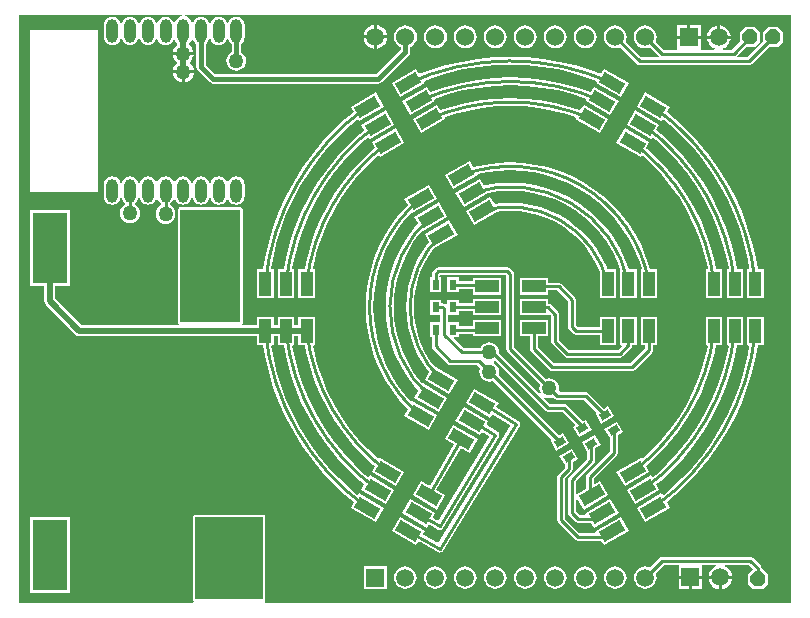
<source format=gtl>
G04 Layer_Physical_Order=1*
G04 Layer_Color=255*
%FSLAX25Y25*%
%MOIN*%
G70*
G01*
G75*
%ADD10C,0.01000*%
%ADD11R,0.11811X0.23622*%
%ADD12O,0.03937X0.07874*%
G04:AMPARAMS|DCode=13|XSize=78.74mil|YSize=39.37mil|CornerRadius=0mil|HoleSize=0mil|Usage=FLASHONLY|Rotation=30.000|XOffset=0mil|YOffset=0mil|HoleType=Round|Shape=Rectangle|*
%AMROTATEDRECTD13*
4,1,4,-0.02425,-0.03673,-0.04394,-0.00264,0.02425,0.03673,0.04394,0.00264,-0.02425,-0.03673,0.0*
%
%ADD13ROTATEDRECTD13*%

G04:AMPARAMS|DCode=14|XSize=78.74mil|YSize=39.37mil|CornerRadius=0mil|HoleSize=0mil|Usage=FLASHONLY|Rotation=330.000|XOffset=0mil|YOffset=0mil|HoleType=Round|Shape=Rectangle|*
%AMROTATEDRECTD14*
4,1,4,-0.04394,0.00264,-0.02425,0.03673,0.04394,-0.00264,0.02425,-0.03673,-0.04394,0.00264,0.0*
%
%ADD14ROTATEDRECTD14*%

%ADD15R,0.03937X0.07874*%
G04:AMPARAMS|DCode=16|XSize=33.47mil|YSize=23.62mil|CornerRadius=0mil|HoleSize=0mil|Usage=FLASHONLY|Rotation=210.000|XOffset=0mil|YOffset=0mil|HoleType=Round|Shape=Rectangle|*
%AMROTATEDRECTD16*
4,1,4,0.00859,0.01860,0.02040,-0.00186,-0.00859,-0.01860,-0.02040,0.00186,0.00859,0.01860,0.0*
%
%ADD16ROTATEDRECTD16*%

%ADD17R,0.02362X0.03347*%
%ADD18R,0.07874X0.03937*%
%ADD19C,0.02000*%
%ADD20C,0.01500*%
%ADD21R,0.22500X0.27500*%
%ADD22R,0.20000X0.37500*%
%ADD23C,0.05906*%
%ADD24R,0.05906X0.05906*%
%ADD25C,0.06000*%
%ADD26P,0.05412X8X22.5*%
%ADD27C,0.05000*%
G36*
X93530Y-98711D02*
X-81815D01*
X-81875Y-98628D01*
X-81932Y-98068D01*
X-81758Y-97807D01*
X-81697Y-97500D01*
Y-70000D01*
X-81758Y-69693D01*
X-81932Y-69432D01*
X-82193Y-69258D01*
X-82500Y-69197D01*
X-105000D01*
X-105307Y-69258D01*
X-105568Y-69432D01*
X-105742Y-69693D01*
X-105803Y-70000D01*
Y-97500D01*
X-105742Y-97807D01*
X-105568Y-98068D01*
X-105625Y-98628D01*
X-105685Y-98711D01*
X-163687D01*
Y97483D01*
X-109508D01*
X-109475Y96983D01*
X-109822Y96937D01*
X-110544Y96638D01*
X-111164Y96162D01*
X-111640Y95542D01*
X-111845Y95049D01*
X-112386D01*
X-112546Y95435D01*
X-112987Y96010D01*
X-113563Y96452D01*
X-114233Y96730D01*
X-114953Y96825D01*
X-115672Y96730D01*
X-116343Y96452D01*
X-116918Y96010D01*
X-117360Y95435D01*
X-117638Y94764D01*
X-117653Y94646D01*
X-118158D01*
X-118173Y94764D01*
X-118451Y95435D01*
X-118893Y96010D01*
X-119468Y96452D01*
X-120139Y96730D01*
X-120858Y96825D01*
X-121578Y96730D01*
X-122248Y96452D01*
X-122824Y96010D01*
X-123266Y95435D01*
X-123543Y94764D01*
X-123559Y94646D01*
X-124063D01*
X-124079Y94764D01*
X-124356Y95435D01*
X-124798Y96010D01*
X-125374Y96452D01*
X-126044Y96730D01*
X-126764Y96825D01*
X-127483Y96730D01*
X-128154Y96452D01*
X-128729Y96010D01*
X-129171Y95435D01*
X-129449Y94764D01*
X-129464Y94646D01*
X-129969D01*
X-129984Y94764D01*
X-130262Y95435D01*
X-130704Y96010D01*
X-131279Y96452D01*
X-131950Y96730D01*
X-132669Y96825D01*
X-133389Y96730D01*
X-134059Y96452D01*
X-134635Y96010D01*
X-135076Y95435D01*
X-135354Y94764D01*
X-135449Y94045D01*
Y90108D01*
X-135354Y89389D01*
X-135076Y88718D01*
X-134635Y88142D01*
X-134059Y87701D01*
X-133389Y87423D01*
X-132669Y87328D01*
X-131950Y87423D01*
X-131279Y87701D01*
X-130704Y88142D01*
X-130262Y88718D01*
X-129984Y89389D01*
X-129969Y89507D01*
X-129464D01*
X-129449Y89389D01*
X-129171Y88718D01*
X-128729Y88142D01*
X-128154Y87701D01*
X-127483Y87423D01*
X-126764Y87328D01*
X-126044Y87423D01*
X-125374Y87701D01*
X-124798Y88142D01*
X-124356Y88718D01*
X-124079Y89389D01*
X-124063Y89507D01*
X-123559D01*
X-123543Y89389D01*
X-123266Y88718D01*
X-122824Y88142D01*
X-122248Y87701D01*
X-121578Y87423D01*
X-120858Y87328D01*
X-120139Y87423D01*
X-119468Y87701D01*
X-118893Y88142D01*
X-118451Y88718D01*
X-118173Y89389D01*
X-118158Y89507D01*
X-117653D01*
X-117638Y89389D01*
X-117360Y88718D01*
X-116918Y88142D01*
X-116343Y87701D01*
X-115672Y87423D01*
X-114953Y87328D01*
X-114233Y87423D01*
X-113563Y87701D01*
X-112987Y88142D01*
X-112546Y88718D01*
X-112386Y89104D01*
X-111845D01*
X-111640Y88611D01*
X-111164Y87991D01*
X-111089Y87933D01*
Y87345D01*
X-111544Y86996D01*
X-112104Y86265D01*
X-112457Y85414D01*
X-112512Y85000D01*
X-105583D01*
X-105637Y85414D01*
X-105990Y86265D01*
X-106551Y86996D01*
X-107006Y87345D01*
Y87933D01*
X-106930Y87991D01*
X-106454Y88611D01*
X-106250Y89104D01*
X-105709D01*
X-105549Y88718D01*
X-105107Y88142D01*
X-104709Y87837D01*
Y80142D01*
X-104590Y79542D01*
X-104250Y79033D01*
X-100108Y74892D01*
X-99600Y74552D01*
X-99000Y74432D01*
X-44000D01*
X-43400Y74552D01*
X-42892Y74892D01*
X-33855Y83928D01*
X-33515Y84437D01*
X-33396Y85037D01*
Y86676D01*
X-33053Y86818D01*
X-32262Y87425D01*
X-31655Y88216D01*
X-31273Y89138D01*
X-31143Y90126D01*
X-31273Y91115D01*
X-31655Y92036D01*
X-32262Y92828D01*
X-33053Y93435D01*
X-33974Y93816D01*
X-34963Y93946D01*
X-35952Y93816D01*
X-36873Y93435D01*
X-37664Y92828D01*
X-38271Y92036D01*
X-38653Y91115D01*
X-38783Y90126D01*
X-38653Y89138D01*
X-38271Y88216D01*
X-37664Y87425D01*
X-36873Y86818D01*
X-36531Y86676D01*
Y85686D01*
X-44649Y77567D01*
X-98351D01*
X-101574Y80791D01*
Y87837D01*
X-101176Y88142D01*
X-100734Y88718D01*
X-100457Y89389D01*
X-100441Y89507D01*
X-99937D01*
X-99921Y89389D01*
X-99643Y88718D01*
X-99202Y88142D01*
X-98626Y87701D01*
X-97956Y87423D01*
X-97236Y87328D01*
X-96517Y87423D01*
X-95846Y87701D01*
X-95271Y88142D01*
X-94829Y88718D01*
X-94551Y89389D01*
X-94536Y89507D01*
X-94031D01*
X-94016Y89389D01*
X-93738Y88718D01*
X-93296Y88142D01*
X-92898Y87837D01*
Y85078D01*
X-92989Y85041D01*
X-93675Y84514D01*
X-94202Y83827D01*
X-94533Y83027D01*
X-94647Y82169D01*
X-94533Y81311D01*
X-94202Y80511D01*
X-93675Y79825D01*
X-92989Y79298D01*
X-92189Y78966D01*
X-91331Y78853D01*
X-90473Y78966D01*
X-89673Y79298D01*
X-88986Y79825D01*
X-88459Y80511D01*
X-88128Y81311D01*
X-88015Y82169D01*
X-88128Y83027D01*
X-88459Y83827D01*
X-88986Y84514D01*
X-89673Y85041D01*
X-89763Y85078D01*
Y87837D01*
X-89365Y88142D01*
X-88924Y88718D01*
X-88646Y89389D01*
X-88551Y90108D01*
Y94045D01*
X-88646Y94764D01*
X-88924Y95435D01*
X-89365Y96010D01*
X-89941Y96452D01*
X-90611Y96730D01*
X-91331Y96825D01*
X-92050Y96730D01*
X-92721Y96452D01*
X-93296Y96010D01*
X-93738Y95435D01*
X-94016Y94764D01*
X-94031Y94646D01*
X-94536D01*
X-94551Y94764D01*
X-94829Y95435D01*
X-95271Y96010D01*
X-95846Y96452D01*
X-96517Y96730D01*
X-97236Y96825D01*
X-97956Y96730D01*
X-98626Y96452D01*
X-99202Y96010D01*
X-99643Y95435D01*
X-99921Y94764D01*
X-99937Y94646D01*
X-100441D01*
X-100457Y94764D01*
X-100734Y95435D01*
X-101176Y96010D01*
X-101752Y96452D01*
X-102422Y96730D01*
X-103142Y96825D01*
X-103861Y96730D01*
X-104532Y96452D01*
X-105107Y96010D01*
X-105549Y95435D01*
X-105709Y95049D01*
X-106250D01*
X-106454Y95542D01*
X-106930Y96162D01*
X-107550Y96638D01*
X-108272Y96937D01*
X-108619Y96983D01*
X-108587Y97483D01*
X93530D01*
Y-98711D01*
D02*
G37*
%LPC*%
G36*
X70669Y-3150D02*
X65158D01*
Y-12598D01*
X65450D01*
X65771Y-12982D01*
X65541Y-14257D01*
X64357Y-18897D01*
X62845Y-23440D01*
X61012Y-27863D01*
X58869Y-32145D01*
X56426Y-36263D01*
X53695Y-40196D01*
X50691Y-43924D01*
X47428Y-47428D01*
X44228Y-50408D01*
X43596Y-50313D01*
X43489Y-50129D01*
X35306Y-54853D01*
X38062Y-59627D01*
X46245Y-54902D01*
X45177Y-53052D01*
X45644Y-52676D01*
X49285Y-49285D01*
X52676Y-45644D01*
X55798Y-41770D01*
X58635Y-37683D01*
X61174Y-33404D01*
X63402Y-28954D01*
X65306Y-24358D01*
X66877Y-19637D01*
X68107Y-14816D01*
X68507Y-12598D01*
X70669D01*
Y-3150D01*
D02*
G37*
G36*
X77559D02*
X72047D01*
Y-12598D01*
X72409D01*
X72730Y-12982D01*
X72237Y-15714D01*
X70932Y-20827D01*
X69265Y-25835D01*
X67246Y-30710D01*
X64883Y-35429D01*
X62191Y-39968D01*
X59181Y-44302D01*
X55870Y-48411D01*
X52274Y-52274D01*
X48411Y-55870D01*
X47613Y-56512D01*
X47122Y-56421D01*
X46934Y-56095D01*
X38751Y-60820D01*
X41507Y-65593D01*
X49690Y-60869D01*
X48643Y-59054D01*
X50131Y-57855D01*
X54131Y-54131D01*
X57855Y-50131D01*
X61283Y-45876D01*
X64400Y-41388D01*
X67189Y-36688D01*
X69635Y-31801D01*
X71726Y-26752D01*
X73452Y-21567D01*
X74803Y-16272D01*
X75466Y-12598D01*
X77559D01*
Y-3150D01*
D02*
G37*
G36*
X-20346Y28941D02*
X-28529Y24216D01*
X-27095Y21732D01*
X-28894Y19306D01*
X-30647Y16381D01*
X-32105Y13298D01*
X-33254Y10087D01*
X-34083Y6780D01*
X-34583Y3406D01*
X-34750Y0D01*
X-34583Y-3406D01*
X-34083Y-6780D01*
X-33254Y-10087D01*
X-32105Y-13298D01*
X-30647Y-16381D01*
X-28894Y-19306D01*
X-27095Y-21732D01*
X-28529Y-24216D01*
X-20346Y-28941D01*
X-17590Y-24167D01*
X-25339Y-19693D01*
X-26709Y-17846D01*
X-28329Y-15142D01*
X-29677Y-12293D01*
X-30739Y-9325D01*
X-31505Y-6267D01*
X-31968Y-3148D01*
X-32122Y0D01*
X-31968Y3148D01*
X-31505Y6267D01*
X-30739Y9325D01*
X-29677Y12293D01*
X-28329Y15142D01*
X-26709Y17846D01*
X-25339Y19693D01*
X-17590Y24167D01*
X-20346Y28941D01*
D02*
G37*
G36*
X-19024Y-39250D02*
X-21780Y-44024D01*
X-18825Y-45730D01*
X-26896Y-59709D01*
X-29851Y-58003D01*
X-32607Y-62776D01*
X-24424Y-67501D01*
X-21668Y-62727D01*
X-24623Y-61021D01*
X-16552Y-47042D01*
X-13597Y-48748D01*
X-10841Y-43975D01*
X-19024Y-39250D01*
D02*
G37*
G36*
X-15579Y-33284D02*
X-18335Y-38057D01*
X-10152Y-42781D01*
X-9414Y-41503D01*
X-7135Y-42797D01*
X-7009Y-43281D01*
X-23960Y-71228D01*
X-25621Y-70283D01*
X-25752Y-69800D01*
X-25113Y-68694D01*
X-33296Y-63970D01*
X-36052Y-68743D01*
X-27869Y-73467D01*
X-27242Y-72381D01*
X-24149Y-74141D01*
X-23923Y-74216D01*
X-23699Y-74297D01*
X-23681Y-74297D01*
X-23663Y-74302D01*
X-23426Y-74285D01*
X-23188Y-74275D01*
X-23171Y-74267D01*
X-23152Y-74266D01*
X-22940Y-74159D01*
X-22724Y-74058D01*
X-22711Y-74045D01*
X-22694Y-74036D01*
X-22539Y-73856D01*
X-22378Y-73681D01*
X-3878Y-43181D01*
X-3871Y-43163D01*
X-3859Y-43148D01*
X-3784Y-42923D01*
X-3703Y-42699D01*
X-3703Y-42680D01*
X-3697Y-42662D01*
X-3715Y-42425D01*
X-3725Y-42188D01*
X-3733Y-42170D01*
X-3735Y-42151D01*
X-3841Y-41939D01*
X-3942Y-41724D01*
X-3956Y-41711D01*
X-3964Y-41694D01*
X-4144Y-41538D01*
X-4319Y-41378D01*
X-4337Y-41371D01*
X-4352Y-41359D01*
X-7793Y-39404D01*
X-7924Y-38922D01*
X-7396Y-38008D01*
X-15579Y-33284D01*
D02*
G37*
G36*
X-12135Y-27317D02*
X-14890Y-32090D01*
X-6708Y-36815D01*
X-6217Y-35965D01*
X-5733Y-35841D01*
X-112Y-39253D01*
X5Y-39739D01*
X-23962Y-78745D01*
X-28922Y-76005D01*
X-29056Y-75524D01*
X-28558Y-74661D01*
X-36741Y-69936D01*
X-39497Y-74710D01*
X-31314Y-79434D01*
X-30548Y-78107D01*
X-24135Y-81649D01*
X-23919Y-81718D01*
X-23707Y-81796D01*
X-23676Y-81795D01*
X-23647Y-81804D01*
X-23421Y-81785D01*
X-23195Y-81777D01*
X-23167Y-81764D01*
X-23136Y-81761D01*
X-22935Y-81657D01*
X-22730Y-81563D01*
X-22709Y-81540D01*
X-22681Y-81526D01*
X-22535Y-81353D01*
X-22382Y-81187D01*
X3118Y-39687D01*
X3120Y-39684D01*
X3122Y-39681D01*
X3208Y-39444D01*
X3296Y-39207D01*
X3296Y-39203D01*
X3297Y-39200D01*
X3286Y-38949D01*
X3277Y-38695D01*
X3275Y-38692D01*
X3275Y-38688D01*
X3169Y-38460D01*
X3063Y-38230D01*
X3060Y-38227D01*
X3059Y-38224D01*
X2873Y-38054D01*
X2687Y-37882D01*
X2684Y-37880D01*
X2681Y-37878D01*
X-4725Y-33381D01*
X-3952Y-32041D01*
X-12135Y-27317D01*
D02*
G37*
G36*
X35623Y-38122D02*
X31361Y-40583D01*
X33164Y-43705D01*
Y-47980D01*
X25572Y-55572D01*
X25287Y-55998D01*
X25187Y-56500D01*
Y-60695D01*
X22246Y-62394D01*
X21813Y-62144D01*
Y-58044D01*
X27904Y-51952D01*
X28189Y-51526D01*
X28289Y-51024D01*
Y-47072D01*
X30092Y-46032D01*
X28123Y-42622D01*
X23861Y-45083D01*
X25664Y-48205D01*
Y-50480D01*
X19572Y-56572D01*
X19287Y-56998D01*
X19187Y-57500D01*
Y-68500D01*
X19287Y-69002D01*
X19572Y-69428D01*
X21572Y-71428D01*
X21998Y-71713D01*
X22500Y-71813D01*
X26914D01*
X27869Y-73467D01*
X36052Y-68743D01*
X33296Y-63970D01*
X25113Y-68694D01*
X25148Y-68754D01*
X24898Y-69187D01*
X23044D01*
X21813Y-67956D01*
Y-63943D01*
X22296Y-63814D01*
X24424Y-67501D01*
X32607Y-62776D01*
X29851Y-58003D01*
X28246Y-58930D01*
X27813Y-58680D01*
Y-57044D01*
X35405Y-49452D01*
X35689Y-49026D01*
X35789Y-48524D01*
Y-42572D01*
X37592Y-41532D01*
X35623Y-38122D01*
D02*
G37*
G36*
X84449Y-3150D02*
X78937D01*
Y-12598D01*
X79361D01*
X79684Y-12980D01*
X79225Y-15759D01*
X78025Y-20907D01*
X76490Y-25965D01*
X74629Y-30912D01*
X72447Y-35727D01*
X69955Y-40389D01*
X67164Y-44877D01*
X64085Y-49174D01*
X60732Y-53260D01*
X57118Y-57118D01*
X53260Y-60732D01*
X51083Y-62519D01*
X50591Y-62429D01*
X50379Y-62062D01*
X42196Y-66787D01*
X44952Y-71560D01*
X53135Y-66836D01*
X52114Y-65068D01*
X54992Y-62706D01*
X58975Y-58975D01*
X62706Y-54992D01*
X66168Y-50773D01*
X69348Y-46336D01*
X72230Y-41702D01*
X74802Y-36889D01*
X77055Y-31917D01*
X78977Y-26809D01*
X80562Y-21586D01*
X81801Y-16271D01*
X82407Y-12598D01*
X84449D01*
Y-3150D01*
D02*
G37*
G36*
X-6708Y36815D02*
X-14890Y32090D01*
X-12135Y27317D01*
X-4401Y31782D01*
X-3148Y31968D01*
X0Y32122D01*
X3148Y31968D01*
X6267Y31505D01*
X9325Y30739D01*
X12293Y29677D01*
X15142Y28329D01*
X17846Y26709D01*
X20378Y24831D01*
X22714Y22714D01*
X24831Y20378D01*
X26709Y17846D01*
X28329Y15142D01*
X29677Y12293D01*
X29724Y12161D01*
Y3150D01*
X35236D01*
Y12598D01*
X32356D01*
X32105Y13298D01*
X30647Y16381D01*
X28894Y19306D01*
X26862Y22045D01*
X24572Y24572D01*
X22045Y26862D01*
X19306Y28894D01*
X16381Y30647D01*
X13298Y32105D01*
X10087Y33254D01*
X6780Y34083D01*
X3406Y34583D01*
X0Y34750D01*
X-3406Y34583D01*
X-5260Y34308D01*
X-6708Y36815D01*
D02*
G37*
G36*
X-1000Y13313D02*
X-24000D01*
X-24502Y13213D01*
X-24928Y12928D01*
X-25881Y11975D01*
X-26165Y11550D01*
X-26265Y11047D01*
Y9961D01*
X-26921D01*
Y5039D01*
X-22984D01*
Y9961D01*
X-23640D01*
Y10503D01*
X-23456Y10687D01*
X-1544D01*
X-1313Y10456D01*
Y-14000D01*
X-1213Y-14502D01*
X-928Y-14928D01*
X9940Y-25797D01*
X9797Y-26142D01*
X9684Y-27000D01*
X9797Y-27858D01*
X10063Y-28499D01*
X9639Y-28783D01*
X-3738Y-15406D01*
X-3684Y-15000D01*
X-3797Y-14142D01*
X-4129Y-13342D01*
X-4655Y-12655D01*
X-5342Y-12128D01*
X-6142Y-11797D01*
X-7000Y-11684D01*
X-7858Y-11797D01*
X-8658Y-12128D01*
X-9345Y-12655D01*
X-9871Y-13342D01*
X-10014Y-13687D01*
X-15678D01*
X-18943Y-10423D01*
X-18752Y-9961D01*
X-17079D01*
Y-8813D01*
X-12598D01*
Y-9646D01*
X-3150D01*
Y-4134D01*
X-12598D01*
Y-6187D01*
X-17079D01*
Y-5039D01*
X-20687D01*
Y-2461D01*
X-17079D01*
Y-1313D01*
X-12598D01*
Y-2756D01*
X-3150D01*
Y2756D01*
X-12598D01*
Y1313D01*
X-17079D01*
Y2461D01*
X-21016D01*
Y1079D01*
X-21516Y872D01*
X-21572Y928D01*
X-21998Y1213D01*
X-22500Y1313D01*
X-22984D01*
Y2461D01*
X-26921D01*
Y-2461D01*
X-23313D01*
Y-5039D01*
X-26921D01*
Y-9961D01*
X-26265D01*
Y-13047D01*
X-26165Y-13550D01*
X-25881Y-13975D01*
X-20928Y-18928D01*
X-20502Y-19213D01*
X-20000Y-19313D01*
X-10963D01*
X-10036Y-20239D01*
X-10203Y-20642D01*
X-10316Y-21500D01*
X-10203Y-22358D01*
X-9871Y-23158D01*
X-9345Y-23845D01*
X-8658Y-24372D01*
X-7858Y-24703D01*
X-7000Y-24816D01*
X-6142Y-24703D01*
X-5739Y-24536D01*
X13615Y-43891D01*
X13550Y-44387D01*
X13408Y-44468D01*
X15377Y-47878D01*
X19639Y-45417D01*
X17670Y-42008D01*
X16259Y-42822D01*
X-3917Y-22646D01*
X-3797Y-22358D01*
X-3684Y-21500D01*
X-3797Y-20642D01*
X-4129Y-19842D01*
X-4655Y-19155D01*
X-5342Y-18629D01*
X-5602Y-18521D01*
Y-17979D01*
X-5342Y-17872D01*
X-5140Y-17716D01*
X11572Y-34428D01*
X11998Y-34713D01*
X12500Y-34813D01*
X17456D01*
X21698Y-39054D01*
X21633Y-39550D01*
X20908Y-39968D01*
X22877Y-43378D01*
X27139Y-40917D01*
X25170Y-37508D01*
X24342Y-37986D01*
X18928Y-32572D01*
X18502Y-32287D01*
X18000Y-32187D01*
X13044D01*
X11217Y-30361D01*
X11501Y-29937D01*
X12142Y-30203D01*
X13000Y-30316D01*
X13858Y-30203D01*
X14203Y-30060D01*
X14572Y-30428D01*
X14998Y-30713D01*
X15500Y-30813D01*
X24537D01*
X28615Y-34891D01*
X28550Y-35387D01*
X28408Y-35468D01*
X30377Y-38878D01*
X34639Y-36417D01*
X32670Y-33008D01*
X31259Y-33822D01*
X26009Y-28572D01*
X25583Y-28287D01*
X25081Y-28187D01*
X16546D01*
X16225Y-27687D01*
X16316Y-27000D01*
X16203Y-26142D01*
X15871Y-25342D01*
X15345Y-24655D01*
X14658Y-24128D01*
X13858Y-23797D01*
X13000Y-23684D01*
X12142Y-23797D01*
X11797Y-23940D01*
X1313Y-13456D01*
Y11000D01*
X1213Y11502D01*
X928Y11928D01*
X-72Y12928D01*
X-498Y13213D01*
X-1000Y13313D01*
D02*
G37*
G36*
X-13597Y48748D02*
X-21780Y44024D01*
X-19024Y39250D01*
X-10841Y43975D01*
Y43975D01*
X-10687Y44325D01*
X-7924Y44938D01*
X-3977Y45458D01*
X0Y45631D01*
X3977Y45458D01*
X7924Y44938D01*
X11810Y44076D01*
X15607Y42879D01*
X19285Y41356D01*
X22816Y39518D01*
X26173Y37379D01*
X29331Y34955D01*
X32266Y32266D01*
X34955Y29331D01*
X37379Y26173D01*
X39518Y22816D01*
X41356Y19285D01*
X42879Y15607D01*
X43731Y12907D01*
X43504Y12598D01*
X43504D01*
Y3150D01*
X49016D01*
Y12598D01*
X46580D01*
X45348Y16505D01*
X43737Y20395D01*
X41793Y24129D01*
X39531Y27680D01*
X36968Y31020D01*
X34124Y34124D01*
X31020Y36968D01*
X27680Y39531D01*
X24129Y41793D01*
X20395Y43737D01*
X16505Y45348D01*
X12490Y46614D01*
X8380Y47525D01*
X4206Y48075D01*
X0Y48259D01*
X-4206Y48075D01*
X-8380Y47525D01*
X-12379Y46639D01*
X-13597Y48748D01*
D02*
G37*
G36*
X-10152Y42781D02*
X-18335Y38057D01*
X-15579Y33284D01*
X-7396Y38008D01*
Y38008D01*
X-7328Y38150D01*
X-3809Y38672D01*
X0Y38859D01*
X3809Y38672D01*
X7581Y38113D01*
X11280Y37186D01*
X14871Y35901D01*
X18318Y34271D01*
X21589Y32310D01*
X24652Y30038D01*
X27478Y27478D01*
X30038Y24652D01*
X32310Y21589D01*
X34271Y18318D01*
X35901Y14871D01*
X36680Y12693D01*
X36614Y12598D01*
X36614D01*
Y3150D01*
X42126D01*
Y12598D01*
X39502D01*
X38329Y15876D01*
X36588Y19557D01*
X34495Y23049D01*
X32070Y26319D01*
X29336Y29336D01*
X26319Y32070D01*
X23049Y34495D01*
X19557Y36588D01*
X15876Y38329D01*
X12043Y39701D01*
X8094Y40690D01*
X4066Y41287D01*
X0Y41487D01*
X-4066Y41287D01*
X-8094Y40690D01*
X-8837Y40504D01*
X-10152Y42781D01*
D02*
G37*
G36*
X12598Y2756D02*
X3150D01*
Y-2756D01*
X12598D01*
Y-2608D01*
X13060Y-2417D01*
X13687Y-3044D01*
Y-11500D01*
X13787Y-12002D01*
X14072Y-12428D01*
X18072Y-16428D01*
X18498Y-16713D01*
X19000Y-16813D01*
X36500D01*
X37002Y-16713D01*
X37428Y-16428D01*
X40298Y-13558D01*
X40583Y-13132D01*
X40683Y-12630D01*
Y-12598D01*
X42126D01*
Y-3150D01*
X36614D01*
Y-12598D01*
X36892D01*
X37083Y-13060D01*
X35956Y-14187D01*
X19544D01*
X16313Y-10956D01*
Y-2500D01*
X16213Y-1998D01*
X15928Y-1572D01*
X13428Y928D01*
X13002Y1213D01*
X12598Y1293D01*
Y2756D01*
D02*
G37*
G36*
X49016Y-3150D02*
X43504D01*
Y-12598D01*
X44947D01*
Y-13696D01*
X39956Y-18687D01*
X14544D01*
X9187Y-13330D01*
Y-9646D01*
X12598D01*
Y-4134D01*
X3150D01*
Y-9646D01*
X6561D01*
Y-13874D01*
X6661Y-14376D01*
X6946Y-14802D01*
X13072Y-20928D01*
X13498Y-21213D01*
X14000Y-21313D01*
X40500D01*
X41002Y-21213D01*
X41428Y-20928D01*
X47188Y-15168D01*
X47473Y-14742D01*
X47572Y-14240D01*
Y-12598D01*
X49016D01*
Y-3150D01*
D02*
G37*
G36*
X-90000Y33303D02*
X-110000D01*
X-110307Y33242D01*
X-110568Y33068D01*
X-110742Y32807D01*
X-110803Y32500D01*
Y-5000D01*
X-110742Y-5307D01*
X-110578Y-5552D01*
X-110597Y-5649D01*
X-110743Y-6052D01*
X-142871D01*
X-151737Y2814D01*
Y7059D01*
X-146866D01*
Y32256D01*
X-160252D01*
Y7059D01*
X-155382D01*
Y2059D01*
X-155382Y2059D01*
X-155243Y1362D01*
X-154848Y770D01*
X-144915Y-9163D01*
X-144915Y-9163D01*
X-144323Y-9558D01*
X-143626Y-9697D01*
X-143626Y-9696D01*
X-84449D01*
Y-12598D01*
X-82407D01*
X-81801Y-16271D01*
X-80562Y-21586D01*
X-78977Y-26809D01*
X-77055Y-31917D01*
X-74802Y-36889D01*
X-72230Y-41702D01*
X-69348Y-46336D01*
X-66168Y-50773D01*
X-62706Y-54992D01*
X-58975Y-58975D01*
X-54992Y-62706D01*
X-52114Y-65068D01*
X-53135Y-66836D01*
X-44952Y-71560D01*
X-42196Y-66787D01*
X-50379Y-62062D01*
X-50591Y-62429D01*
X-51083Y-62519D01*
X-53260Y-60732D01*
X-57118Y-57118D01*
X-60732Y-53260D01*
X-64085Y-49174D01*
X-67164Y-44877D01*
X-69955Y-40389D01*
X-72447Y-35727D01*
X-74629Y-30912D01*
X-76490Y-25965D01*
X-78025Y-20907D01*
X-79225Y-15759D01*
X-79684Y-12980D01*
X-79361Y-12598D01*
X-78937D01*
Y-9696D01*
X-77559D01*
Y-12598D01*
X-75466D01*
X-74803Y-16272D01*
X-73452Y-21567D01*
X-71726Y-26752D01*
X-69635Y-31801D01*
X-67189Y-36688D01*
X-64400Y-41388D01*
X-61283Y-45876D01*
X-57855Y-50131D01*
X-54131Y-54131D01*
X-50131Y-57855D01*
X-48643Y-59054D01*
X-49690Y-60869D01*
X-41507Y-65593D01*
X-38751Y-60820D01*
X-46934Y-56095D01*
X-47122Y-56421D01*
X-47613Y-56512D01*
X-48411Y-55870D01*
X-52274Y-52274D01*
X-55870Y-48411D01*
X-59181Y-44302D01*
X-62191Y-39968D01*
X-64883Y-35429D01*
X-67246Y-30710D01*
X-69265Y-25835D01*
X-70932Y-20827D01*
X-72237Y-15714D01*
X-72730Y-12982D01*
X-72409Y-12598D01*
X-72047D01*
Y-9696D01*
X-70669D01*
Y-12598D01*
X-68507D01*
X-68107Y-14816D01*
X-66877Y-19637D01*
X-65306Y-24358D01*
X-63402Y-28954D01*
X-61174Y-33404D01*
X-58635Y-37683D01*
X-55798Y-41770D01*
X-52676Y-45644D01*
X-49285Y-49285D01*
X-45644Y-52676D01*
X-45177Y-53052D01*
X-46245Y-54902D01*
X-38062Y-59627D01*
X-35306Y-54853D01*
X-43489Y-50129D01*
X-43596Y-50313D01*
X-44228Y-50408D01*
X-47428Y-47428D01*
X-50691Y-43924D01*
X-53695Y-40196D01*
X-56426Y-36263D01*
X-58869Y-32145D01*
X-61012Y-27863D01*
X-62845Y-23440D01*
X-64357Y-18897D01*
X-65541Y-14257D01*
X-65771Y-12982D01*
X-65450Y-12598D01*
X-65158D01*
Y-3150D01*
X-70669D01*
Y-6052D01*
X-72047D01*
Y-3150D01*
X-77559D01*
Y-6052D01*
X-78937D01*
Y-3150D01*
X-84449D01*
Y-6052D01*
X-89257D01*
X-89403Y-5649D01*
X-89422Y-5552D01*
X-89258Y-5307D01*
X-89197Y-5000D01*
Y32500D01*
X-89258Y32807D01*
X-89432Y33068D01*
X-89693Y33242D01*
X-90000Y33303D01*
D02*
G37*
G36*
X12598Y9646D02*
X3150D01*
Y4134D01*
X12598D01*
Y5577D01*
X15566D01*
X19187Y1956D01*
Y-6500D01*
X19287Y-7002D01*
X19572Y-7428D01*
X20946Y-8802D01*
X21372Y-9087D01*
X21874Y-9187D01*
X29724D01*
Y-12598D01*
X35236D01*
Y-3150D01*
X29724D01*
Y-6561D01*
X22418D01*
X21813Y-5956D01*
Y2500D01*
X21713Y3002D01*
X21428Y3428D01*
X17038Y7818D01*
X16613Y8102D01*
X16110Y8202D01*
X12598D01*
Y9646D01*
D02*
G37*
G36*
X-35000Y-86351D02*
X-35976Y-86480D01*
X-36886Y-86857D01*
X-37668Y-87456D01*
X-38267Y-88237D01*
X-38644Y-89147D01*
X-38772Y-90124D01*
X-38644Y-91100D01*
X-38267Y-92010D01*
X-37668Y-92791D01*
X-36886Y-93391D01*
X-35976Y-93767D01*
X-35000Y-93896D01*
X-34024Y-93767D01*
X-33114Y-93391D01*
X-32333Y-92791D01*
X-31733Y-92010D01*
X-31356Y-91100D01*
X-31228Y-90124D01*
X-31356Y-89147D01*
X-31733Y-88237D01*
X-32333Y-87456D01*
X-33114Y-86857D01*
X-34024Y-86480D01*
X-35000Y-86351D01*
D02*
G37*
G36*
X73921Y-90500D02*
X70500D01*
Y-93921D01*
X71032Y-93851D01*
X71993Y-93453D01*
X72819Y-92819D01*
X73453Y-91993D01*
X73851Y-91032D01*
X73921Y-90500D01*
D02*
G37*
G36*
X-15000Y-86351D02*
X-15976Y-86480D01*
X-16886Y-86857D01*
X-17668Y-87456D01*
X-18267Y-88237D01*
X-18644Y-89147D01*
X-18772Y-90124D01*
X-18644Y-91100D01*
X-18267Y-92010D01*
X-17668Y-92791D01*
X-16886Y-93391D01*
X-15976Y-93767D01*
X-15000Y-93896D01*
X-14024Y-93767D01*
X-13114Y-93391D01*
X-12332Y-92791D01*
X-11733Y-92010D01*
X-11356Y-91100D01*
X-11228Y-90124D01*
X-11356Y-89147D01*
X-11733Y-88237D01*
X-12332Y-87456D01*
X-13114Y-86857D01*
X-14024Y-86480D01*
X-15000Y-86351D01*
D02*
G37*
G36*
X-25000D02*
X-25976Y-86480D01*
X-26886Y-86857D01*
X-27667Y-87456D01*
X-28267Y-88237D01*
X-28644Y-89147D01*
X-28772Y-90124D01*
X-28644Y-91100D01*
X-28267Y-92010D01*
X-27667Y-92791D01*
X-26886Y-93391D01*
X-25976Y-93767D01*
X-25000Y-93896D01*
X-24024Y-93767D01*
X-23114Y-93391D01*
X-22332Y-92791D01*
X-21733Y-92010D01*
X-21356Y-91100D01*
X-21228Y-90124D01*
X-21356Y-89147D01*
X-21733Y-88237D01*
X-22332Y-87456D01*
X-23114Y-86857D01*
X-24024Y-86480D01*
X-25000Y-86351D01*
D02*
G37*
G36*
X59500Y-90500D02*
X56047D01*
Y-93953D01*
X59500D01*
Y-90500D01*
D02*
G37*
G36*
X-146866Y-70106D02*
X-160252D01*
Y-95303D01*
X-146866D01*
Y-70106D01*
D02*
G37*
G36*
X69500Y-90500D02*
X66079D01*
X66149Y-91032D01*
X66547Y-91993D01*
X67181Y-92819D01*
X68007Y-93453D01*
X68968Y-93851D01*
X69500Y-93921D01*
Y-90500D01*
D02*
G37*
G36*
X63953D02*
X60500D01*
Y-93953D01*
X63953D01*
Y-90500D01*
D02*
G37*
G36*
X-41260Y-86383D02*
X-48740D01*
Y-93864D01*
X-41260D01*
Y-86383D01*
D02*
G37*
G36*
X35000Y-86351D02*
X34024Y-86480D01*
X33114Y-86857D01*
X32333Y-87456D01*
X31733Y-88237D01*
X31356Y-89147D01*
X31228Y-90124D01*
X31356Y-91100D01*
X31733Y-92010D01*
X32333Y-92791D01*
X33114Y-93391D01*
X34024Y-93767D01*
X35000Y-93896D01*
X35976Y-93767D01*
X36886Y-93391D01*
X37668Y-92791D01*
X38267Y-92010D01*
X38644Y-91100D01*
X38772Y-90124D01*
X38644Y-89147D01*
X38267Y-88237D01*
X37668Y-87456D01*
X36886Y-86857D01*
X35976Y-86480D01*
X35000Y-86351D01*
D02*
G37*
G36*
X20623Y-47122D02*
X16361Y-49583D01*
X18164Y-52705D01*
Y-53480D01*
X16072Y-55572D01*
X15787Y-55998D01*
X15687Y-56500D01*
Y-71000D01*
X15787Y-71502D01*
X16072Y-71928D01*
X21572Y-77428D01*
X21998Y-77713D01*
X22500Y-77813D01*
X30378D01*
X31314Y-79434D01*
X39497Y-74710D01*
X36741Y-69936D01*
X28558Y-74661D01*
X28612Y-74754D01*
X28362Y-75187D01*
X23044D01*
X18313Y-70456D01*
Y-57044D01*
X20404Y-54952D01*
X20689Y-54526D01*
X20789Y-54024D01*
Y-51572D01*
X22592Y-50532D01*
X20623Y-47122D01*
D02*
G37*
G36*
X80000Y-83187D02*
X50624D01*
X50121Y-83287D01*
X49696Y-83572D01*
X46550Y-86717D01*
X45976Y-86480D01*
X45000Y-86351D01*
X44024Y-86480D01*
X43114Y-86857D01*
X42333Y-87456D01*
X41733Y-88237D01*
X41356Y-89147D01*
X41228Y-90124D01*
X41356Y-91100D01*
X41733Y-92010D01*
X42333Y-92791D01*
X43114Y-93391D01*
X44024Y-93767D01*
X45000Y-93896D01*
X45976Y-93767D01*
X46886Y-93391D01*
X47668Y-92791D01*
X48267Y-92010D01*
X48644Y-91100D01*
X48772Y-90124D01*
X48644Y-89147D01*
X48406Y-88574D01*
X51167Y-85813D01*
X55644D01*
X56047Y-86047D01*
X56047Y-86313D01*
Y-89500D01*
X63953D01*
Y-86313D01*
X63953Y-86047D01*
X64356Y-85813D01*
X68474D01*
X68573Y-86313D01*
X68007Y-86547D01*
X67181Y-87181D01*
X66547Y-88007D01*
X66149Y-88968D01*
X66079Y-89500D01*
X73921D01*
X73851Y-88968D01*
X73453Y-88007D01*
X72819Y-87181D01*
X71993Y-86547D01*
X71427Y-86313D01*
X71526Y-85813D01*
X79456D01*
X80856Y-87213D01*
X79213Y-88856D01*
Y-92144D01*
X80856Y-93787D01*
X84144D01*
X85787Y-92144D01*
Y-88856D01*
X84144Y-87213D01*
X83813D01*
Y-87000D01*
X83713Y-86498D01*
X83428Y-86072D01*
X80928Y-83572D01*
X80502Y-83287D01*
X80000Y-83187D01*
D02*
G37*
G36*
X5000Y-86351D02*
X4024Y-86480D01*
X3114Y-86857D01*
X2332Y-87456D01*
X1733Y-88237D01*
X1356Y-89147D01*
X1228Y-90124D01*
X1356Y-91100D01*
X1733Y-92010D01*
X2332Y-92791D01*
X3114Y-93391D01*
X4024Y-93767D01*
X5000Y-93896D01*
X5976Y-93767D01*
X6886Y-93391D01*
X7667Y-92791D01*
X8267Y-92010D01*
X8644Y-91100D01*
X8772Y-90124D01*
X8644Y-89147D01*
X8267Y-88237D01*
X7667Y-87456D01*
X6886Y-86857D01*
X5976Y-86480D01*
X5000Y-86351D01*
D02*
G37*
G36*
X-5000D02*
X-5976Y-86480D01*
X-6886Y-86857D01*
X-7667Y-87456D01*
X-8267Y-88237D01*
X-8644Y-89147D01*
X-8772Y-90124D01*
X-8644Y-91100D01*
X-8267Y-92010D01*
X-7667Y-92791D01*
X-6886Y-93391D01*
X-5976Y-93767D01*
X-5000Y-93896D01*
X-4024Y-93767D01*
X-3114Y-93391D01*
X-2332Y-92791D01*
X-1733Y-92010D01*
X-1356Y-91100D01*
X-1228Y-90124D01*
X-1356Y-89147D01*
X-1733Y-88237D01*
X-2332Y-87456D01*
X-3114Y-86857D01*
X-4024Y-86480D01*
X-5000Y-86351D01*
D02*
G37*
G36*
X25000D02*
X24024Y-86480D01*
X23114Y-86857D01*
X22332Y-87456D01*
X21733Y-88237D01*
X21356Y-89147D01*
X21228Y-90124D01*
X21356Y-91100D01*
X21733Y-92010D01*
X22332Y-92791D01*
X23114Y-93391D01*
X24024Y-93767D01*
X25000Y-93896D01*
X25976Y-93767D01*
X26886Y-93391D01*
X27667Y-92791D01*
X28267Y-92010D01*
X28644Y-91100D01*
X28772Y-90124D01*
X28644Y-89147D01*
X28267Y-88237D01*
X27667Y-87456D01*
X26886Y-86857D01*
X25976Y-86480D01*
X25000Y-86351D01*
D02*
G37*
G36*
X15000D02*
X14024Y-86480D01*
X13114Y-86857D01*
X12332Y-87456D01*
X11733Y-88237D01*
X11356Y-89147D01*
X11228Y-90124D01*
X11356Y-91100D01*
X11733Y-92010D01*
X12332Y-92791D01*
X13114Y-93391D01*
X14024Y-93767D01*
X15000Y-93896D01*
X15976Y-93767D01*
X16886Y-93391D01*
X17668Y-92791D01*
X18267Y-92010D01*
X18644Y-91100D01*
X18772Y-90124D01*
X18644Y-89147D01*
X18267Y-88237D01*
X17668Y-87456D01*
X16886Y-86857D01*
X15976Y-86480D01*
X15000Y-86351D01*
D02*
G37*
G36*
X-14984Y93946D02*
X-15973Y93816D01*
X-16894Y93435D01*
X-17685Y92828D01*
X-18293Y92036D01*
X-18674Y91115D01*
X-18804Y90126D01*
X-18674Y89138D01*
X-18293Y88216D01*
X-17685Y87425D01*
X-16894Y86818D01*
X-15973Y86436D01*
X-14984Y86306D01*
X-13995Y86436D01*
X-13074Y86818D01*
X-12283Y87425D01*
X-11676Y88216D01*
X-11294Y89138D01*
X-11164Y90126D01*
X-11294Y91115D01*
X-11676Y92036D01*
X-12283Y92828D01*
X-13074Y93435D01*
X-13995Y93816D01*
X-14984Y93946D01*
D02*
G37*
G36*
X-24974D02*
X-25962Y93816D01*
X-26884Y93435D01*
X-27675Y92828D01*
X-28282Y92036D01*
X-28664Y91115D01*
X-28794Y90126D01*
X-28664Y89138D01*
X-28282Y88216D01*
X-27675Y87425D01*
X-26884Y86818D01*
X-25962Y86436D01*
X-24974Y86306D01*
X-23985Y86436D01*
X-23064Y86818D01*
X-22273Y87425D01*
X-21666Y88216D01*
X-21284Y89138D01*
X-21154Y90126D01*
X-21284Y91115D01*
X-21666Y92036D01*
X-22273Y92828D01*
X-23064Y93435D01*
X-23985Y93816D01*
X-24974Y93946D01*
D02*
G37*
G36*
X4995D02*
X4006Y93816D01*
X3085Y93435D01*
X2294Y92828D01*
X1687Y92036D01*
X1305Y91115D01*
X1175Y90126D01*
X1305Y89138D01*
X1687Y88216D01*
X2294Y87425D01*
X3085Y86818D01*
X4006Y86436D01*
X4995Y86306D01*
X5984Y86436D01*
X6905Y86818D01*
X7696Y87425D01*
X8303Y88216D01*
X8685Y89138D01*
X8815Y90126D01*
X8685Y91115D01*
X8303Y92036D01*
X7696Y92828D01*
X6905Y93435D01*
X5984Y93816D01*
X4995Y93946D01*
D02*
G37*
G36*
X-4995D02*
X-5984Y93816D01*
X-6905Y93435D01*
X-7696Y92828D01*
X-8303Y92036D01*
X-8685Y91115D01*
X-8815Y90126D01*
X-8685Y89138D01*
X-8303Y88216D01*
X-7696Y87425D01*
X-6905Y86818D01*
X-5984Y86436D01*
X-4995Y86306D01*
X-4006Y86436D01*
X-3085Y86818D01*
X-2294Y87425D01*
X-1687Y88216D01*
X-1305Y89138D01*
X-1175Y90126D01*
X-1305Y91115D01*
X-1687Y92036D01*
X-2294Y92828D01*
X-3085Y93435D01*
X-4006Y93816D01*
X-4995Y93946D01*
D02*
G37*
G36*
X44953D02*
X43964Y93816D01*
X43043Y93435D01*
X42252Y92828D01*
X41644Y92036D01*
X41263Y91115D01*
X41133Y90126D01*
X41263Y89138D01*
X41644Y88216D01*
X42252Y87425D01*
X43043Y86818D01*
X43964Y86436D01*
X44953Y86306D01*
X45941Y86436D01*
X46539Y86684D01*
X49410Y83813D01*
X49203Y83313D01*
X43633D01*
X38406Y88540D01*
X38653Y89138D01*
X38783Y90126D01*
X38653Y91115D01*
X38271Y92036D01*
X37664Y92828D01*
X36873Y93435D01*
X35952Y93816D01*
X34963Y93946D01*
X33974Y93816D01*
X33053Y93435D01*
X32262Y92828D01*
X31655Y92036D01*
X31273Y91115D01*
X31143Y90126D01*
X31273Y89138D01*
X31655Y88216D01*
X32262Y87425D01*
X33053Y86818D01*
X33974Y86436D01*
X34963Y86306D01*
X35952Y86436D01*
X36549Y86684D01*
X42162Y81072D01*
X42587Y80787D01*
X43090Y80687D01*
X79500D01*
X80002Y80787D01*
X80428Y81072D01*
X86069Y86713D01*
X89144D01*
X90787Y88356D01*
Y91644D01*
X89144Y93287D01*
X85856D01*
X84213Y91644D01*
Y88569D01*
X78956Y83313D01*
X75876D01*
X75669Y83813D01*
X78569Y86713D01*
X81644D01*
X83287Y88356D01*
Y91644D01*
X81644Y93287D01*
X78356D01*
X76713Y91644D01*
Y88569D01*
X73956Y85813D01*
X71026D01*
X70927Y86313D01*
X71493Y86547D01*
X72319Y87181D01*
X72953Y88007D01*
X73351Y88968D01*
X73421Y89500D01*
X65579D01*
X65649Y88968D01*
X66047Y88007D01*
X66681Y87181D01*
X67507Y86547D01*
X68073Y86313D01*
X67974Y85813D01*
X63856D01*
X63453Y86047D01*
X63453Y86313D01*
Y89500D01*
X55547D01*
Y86313D01*
X55547Y86047D01*
X55144Y85813D01*
X51123D01*
X48395Y88540D01*
X48643Y89138D01*
X48773Y90126D01*
X48643Y91115D01*
X48261Y92036D01*
X47654Y92828D01*
X46863Y93435D01*
X45941Y93816D01*
X44953Y93946D01*
D02*
G37*
G36*
X-105583Y84000D02*
X-112512D01*
X-112457Y83586D01*
X-112104Y82735D01*
X-111544Y82004D01*
X-111189Y81732D01*
Y81232D01*
X-111496Y80996D01*
X-112057Y80265D01*
X-112410Y79414D01*
X-112464Y79000D01*
X-105536D01*
X-105590Y79414D01*
X-105943Y80265D01*
X-106504Y80996D01*
X-106773Y81203D01*
Y81833D01*
X-106551Y82004D01*
X-105990Y82735D01*
X-105637Y83586D01*
X-105583Y84000D01*
D02*
G37*
G36*
X-41079Y89579D02*
X-44500D01*
Y86158D01*
X-43968Y86228D01*
X-43007Y86626D01*
X-42181Y87260D01*
X-41547Y88086D01*
X-41149Y89047D01*
X-41079Y89579D01*
D02*
G37*
G36*
X-45500D02*
X-48921D01*
X-48851Y89047D01*
X-48453Y88086D01*
X-47819Y87260D01*
X-46993Y86626D01*
X-46032Y86228D01*
X-45500Y86158D01*
Y89579D01*
D02*
G37*
G36*
X70000Y93921D02*
Y90500D01*
X73421D01*
X73351Y91032D01*
X72953Y91993D01*
X72319Y92819D01*
X71493Y93453D01*
X70532Y93851D01*
X70000Y93921D01*
D02*
G37*
G36*
X69000D02*
X68468Y93851D01*
X67507Y93453D01*
X66681Y92819D01*
X66047Y91993D01*
X65649Y91032D01*
X65579Y90500D01*
X69000D01*
Y93921D01*
D02*
G37*
G36*
X-44500Y94000D02*
Y90579D01*
X-41079D01*
X-41149Y91111D01*
X-41547Y92073D01*
X-42181Y92898D01*
X-43007Y93532D01*
X-43968Y93930D01*
X-44500Y94000D01*
D02*
G37*
G36*
X-45500D02*
X-46032Y93930D01*
X-46993Y93532D01*
X-47819Y92898D01*
X-48453Y92073D01*
X-48851Y91111D01*
X-48921Y90579D01*
X-45500D01*
Y94000D01*
D02*
G37*
G36*
X24974Y93946D02*
X23985Y93816D01*
X23064Y93435D01*
X22273Y92828D01*
X21666Y92036D01*
X21284Y91115D01*
X21154Y90126D01*
X21284Y89138D01*
X21666Y88216D01*
X22273Y87425D01*
X23064Y86818D01*
X23985Y86436D01*
X24974Y86306D01*
X25962Y86436D01*
X26884Y86818D01*
X27675Y87425D01*
X28282Y88216D01*
X28664Y89138D01*
X28794Y90126D01*
X28664Y91115D01*
X28282Y92036D01*
X27675Y92828D01*
X26884Y93435D01*
X25962Y93816D01*
X24974Y93946D01*
D02*
G37*
G36*
X14984D02*
X13995Y93816D01*
X13074Y93435D01*
X12283Y92828D01*
X11676Y92036D01*
X11294Y91115D01*
X11164Y90126D01*
X11294Y89138D01*
X11676Y88216D01*
X12283Y87425D01*
X13074Y86818D01*
X13995Y86436D01*
X14984Y86306D01*
X15973Y86436D01*
X16894Y86818D01*
X17685Y87425D01*
X18293Y88216D01*
X18674Y89138D01*
X18804Y90126D01*
X18674Y91115D01*
X18293Y92036D01*
X17685Y92828D01*
X16894Y93435D01*
X15973Y93816D01*
X14984Y93946D01*
D02*
G37*
G36*
X63453Y93953D02*
X60000D01*
Y90500D01*
X63453D01*
Y93953D01*
D02*
G37*
G36*
X59000D02*
X55547D01*
Y90500D01*
X59000D01*
Y93953D01*
D02*
G37*
G36*
X-27235Y40874D02*
X-35418Y36150D01*
X-34201Y34040D01*
X-36968Y31020D01*
X-39531Y27680D01*
X-41793Y24129D01*
X-43737Y20395D01*
X-45348Y16505D01*
X-46614Y12490D01*
X-47525Y8380D01*
X-48075Y4206D01*
X-48259Y0D01*
X-48075Y-4206D01*
X-47525Y-8380D01*
X-46614Y-12490D01*
X-45348Y-16505D01*
X-43737Y-20395D01*
X-41793Y-24129D01*
X-39531Y-27680D01*
X-36968Y-31020D01*
X-34201Y-34040D01*
X-35418Y-36150D01*
X-27235Y-40874D01*
X-24480Y-36101D01*
X-32662Y-31376D01*
X-32662Y-31376D01*
X-33043Y-31418D01*
X-34955Y-29331D01*
X-37379Y-26173D01*
X-39518Y-22816D01*
X-41356Y-19285D01*
X-42879Y-15607D01*
X-44076Y-11810D01*
X-44938Y-7924D01*
X-45458Y-3977D01*
X-45631Y0D01*
X-45458Y3977D01*
X-44938Y7924D01*
X-44076Y11810D01*
X-42879Y15607D01*
X-41356Y19285D01*
X-39518Y22816D01*
X-37379Y26173D01*
X-34955Y29331D01*
X-33043Y31418D01*
X-32662Y31376D01*
X-32662Y31376D01*
X-24480Y36101D01*
X-27235Y40874D01*
D02*
G37*
G36*
X-23791Y34907D02*
X-31974Y30183D01*
X-30648Y27888D01*
X-32070Y26319D01*
X-34495Y23049D01*
X-36588Y19557D01*
X-38329Y15876D01*
X-39701Y12043D01*
X-40690Y8094D01*
X-41287Y4066D01*
X-41487Y0D01*
X-41287Y-4066D01*
X-40690Y-8094D01*
X-39701Y-12043D01*
X-38329Y-15876D01*
X-36588Y-19557D01*
X-34495Y-23049D01*
X-32070Y-26319D01*
X-30648Y-27888D01*
X-31974Y-30183D01*
X-23791Y-34907D01*
X-21035Y-30134D01*
X-29218Y-25410D01*
X-29218Y-25410D01*
X-29340Y-25423D01*
X-30038Y-24652D01*
X-32310Y-21589D01*
X-34271Y-18318D01*
X-35901Y-14871D01*
X-37186Y-11280D01*
X-38113Y-7581D01*
X-38672Y-3809D01*
X-38859Y0D01*
X-38672Y3809D01*
X-38113Y7581D01*
X-37186Y11280D01*
X-35901Y14871D01*
X-34271Y18318D01*
X-32310Y21589D01*
X-30038Y24652D01*
X-29340Y25423D01*
X-29218Y25410D01*
X-29218Y25410D01*
X-21035Y30134D01*
X-23791Y34907D01*
D02*
G37*
G36*
X-91331Y43625D02*
X-92050Y43530D01*
X-92721Y43252D01*
X-93296Y42810D01*
X-93738Y42235D01*
X-94016Y41564D01*
X-94031Y41446D01*
X-94536D01*
X-94551Y41564D01*
X-94829Y42235D01*
X-95271Y42810D01*
X-95846Y43252D01*
X-96517Y43530D01*
X-97236Y43625D01*
X-97956Y43530D01*
X-98626Y43252D01*
X-99202Y42810D01*
X-99643Y42235D01*
X-99921Y41564D01*
X-99937Y41446D01*
X-100441D01*
X-100457Y41564D01*
X-100734Y42235D01*
X-101176Y42810D01*
X-101752Y43252D01*
X-102422Y43530D01*
X-103142Y43625D01*
X-103861Y43530D01*
X-104532Y43252D01*
X-105107Y42810D01*
X-105549Y42235D01*
X-105827Y41564D01*
X-105842Y41446D01*
X-106347D01*
X-106362Y41564D01*
X-106640Y42235D01*
X-107082Y42810D01*
X-107657Y43252D01*
X-108328Y43530D01*
X-109047Y43625D01*
X-109767Y43530D01*
X-110437Y43252D01*
X-111013Y42810D01*
X-111454Y42235D01*
X-111732Y41564D01*
X-111748Y41446D01*
X-112252D01*
X-112268Y41564D01*
X-112546Y42235D01*
X-112987Y42810D01*
X-113563Y43252D01*
X-114233Y43530D01*
X-114953Y43625D01*
X-115672Y43530D01*
X-116343Y43252D01*
X-116918Y42810D01*
X-117360Y42235D01*
X-117638Y41564D01*
X-117653Y41446D01*
X-118158D01*
X-118173Y41564D01*
X-118451Y42235D01*
X-118893Y42810D01*
X-119468Y43252D01*
X-120139Y43530D01*
X-120858Y43625D01*
X-121578Y43530D01*
X-122248Y43252D01*
X-122824Y42810D01*
X-123266Y42235D01*
X-123543Y41564D01*
X-123559Y41446D01*
X-124063D01*
X-124079Y41564D01*
X-124356Y42235D01*
X-124798Y42810D01*
X-125374Y43252D01*
X-126044Y43530D01*
X-126764Y43625D01*
X-127483Y43530D01*
X-128154Y43252D01*
X-128729Y42810D01*
X-129171Y42235D01*
X-129449Y41564D01*
X-129464Y41446D01*
X-129969D01*
X-129984Y41564D01*
X-130262Y42235D01*
X-130704Y42810D01*
X-131279Y43252D01*
X-131950Y43530D01*
X-132669Y43625D01*
X-133389Y43530D01*
X-134059Y43252D01*
X-134635Y42810D01*
X-135076Y42235D01*
X-135354Y41564D01*
X-135449Y40845D01*
Y36908D01*
X-135354Y36189D01*
X-135076Y35518D01*
X-134635Y34942D01*
X-134059Y34501D01*
X-133389Y34223D01*
X-132669Y34128D01*
X-131950Y34223D01*
X-131279Y34501D01*
X-130704Y34942D01*
X-130262Y35518D01*
X-129984Y36189D01*
X-129969Y36307D01*
X-129464D01*
X-129449Y36189D01*
X-129171Y35518D01*
X-128729Y34942D01*
X-128373Y34669D01*
X-128422Y34108D01*
X-129108Y33581D01*
X-129635Y32894D01*
X-129966Y32094D01*
X-130079Y31236D01*
X-129966Y30378D01*
X-129635Y29578D01*
X-129108Y28892D01*
X-128422Y28365D01*
X-127622Y28034D01*
X-126764Y27920D01*
X-125906Y28034D01*
X-125106Y28365D01*
X-124419Y28892D01*
X-123892Y29578D01*
X-123561Y30378D01*
X-123448Y31236D01*
X-123561Y32094D01*
X-123892Y32894D01*
X-124419Y33581D01*
X-125106Y34108D01*
X-125154Y34669D01*
X-124798Y34942D01*
X-124356Y35518D01*
X-124079Y36189D01*
X-124063Y36307D01*
X-123559D01*
X-123543Y36189D01*
X-123266Y35518D01*
X-122824Y34942D01*
X-122248Y34501D01*
X-121578Y34223D01*
X-120858Y34128D01*
X-120139Y34223D01*
X-119468Y34501D01*
X-118893Y34942D01*
X-118451Y35518D01*
X-118173Y36189D01*
X-118158Y36307D01*
X-117653D01*
X-117638Y36189D01*
X-117360Y35518D01*
X-116918Y34942D01*
X-116373Y34524D01*
X-116364Y34308D01*
X-116399Y34007D01*
X-116611Y33919D01*
X-117297Y33392D01*
X-117824Y32705D01*
X-118156Y31905D01*
X-118269Y31047D01*
X-118156Y30189D01*
X-117824Y29389D01*
X-117297Y28703D01*
X-116611Y28176D01*
X-115811Y27845D01*
X-114953Y27731D01*
X-114095Y27845D01*
X-113295Y28176D01*
X-112608Y28703D01*
X-112081Y29389D01*
X-111750Y30189D01*
X-111637Y31047D01*
X-111750Y31905D01*
X-112081Y32705D01*
X-112608Y33392D01*
X-113295Y33919D01*
X-113507Y34007D01*
X-113541Y34308D01*
X-113533Y34524D01*
X-112987Y34942D01*
X-112546Y35518D01*
X-112268Y36189D01*
X-112252Y36307D01*
X-111748D01*
X-111732Y36189D01*
X-111454Y35518D01*
X-111013Y34942D01*
X-110437Y34501D01*
X-109767Y34223D01*
X-109047Y34128D01*
X-108328Y34223D01*
X-107657Y34501D01*
X-107082Y34942D01*
X-106640Y35518D01*
X-106362Y36189D01*
X-106347Y36307D01*
X-105842D01*
X-105827Y36189D01*
X-105549Y35518D01*
X-105107Y34942D01*
X-104532Y34501D01*
X-103861Y34223D01*
X-103142Y34128D01*
X-102422Y34223D01*
X-101752Y34501D01*
X-101176Y34942D01*
X-100734Y35518D01*
X-100457Y36189D01*
X-100441Y36307D01*
X-99937D01*
X-99921Y36189D01*
X-99643Y35518D01*
X-99202Y34942D01*
X-98626Y34501D01*
X-97956Y34223D01*
X-97236Y34128D01*
X-96517Y34223D01*
X-95846Y34501D01*
X-95271Y34942D01*
X-94829Y35518D01*
X-94551Y36189D01*
X-94536Y36307D01*
X-94031D01*
X-94016Y36189D01*
X-93738Y35518D01*
X-93296Y34942D01*
X-92721Y34501D01*
X-92050Y34223D01*
X-91331Y34128D01*
X-90611Y34223D01*
X-89941Y34501D01*
X-89365Y34942D01*
X-88924Y35518D01*
X-88646Y36189D01*
X-88551Y36908D01*
Y40845D01*
X-88646Y41564D01*
X-88924Y42235D01*
X-89365Y42810D01*
X-89941Y43252D01*
X-90611Y43530D01*
X-91331Y43625D01*
D02*
G37*
G36*
X-137500Y92500D02*
X-160000D01*
Y38500D01*
X-137500D01*
Y92500D01*
D02*
G37*
G36*
X41507Y65593D02*
X38751Y60820D01*
X46934Y56095D01*
X47122Y56421D01*
X47613Y56512D01*
X48411Y55870D01*
X52274Y52274D01*
X55870Y48411D01*
X59181Y44302D01*
X62191Y39968D01*
X64883Y35429D01*
X67246Y30710D01*
X69265Y25835D01*
X70932Y20827D01*
X72237Y15714D01*
X72730Y12982D01*
X72409Y12598D01*
X72047D01*
Y3150D01*
X77559D01*
Y12598D01*
X75466D01*
X74803Y16272D01*
X73452Y21567D01*
X71726Y26752D01*
X69635Y31801D01*
X67189Y36688D01*
X64400Y41388D01*
X61283Y45876D01*
X57855Y50131D01*
X54131Y54131D01*
X50131Y57855D01*
X48643Y59054D01*
X49690Y60869D01*
X41507Y65593D01*
D02*
G37*
G36*
X38062Y59627D02*
X35306Y54853D01*
X43489Y50129D01*
X43596Y50313D01*
X44228Y50408D01*
X47428Y47428D01*
X50691Y43924D01*
X53695Y40196D01*
X56426Y36263D01*
X58869Y32145D01*
X61012Y27863D01*
X62845Y23440D01*
X64357Y18897D01*
X65541Y14257D01*
X65771Y12982D01*
X65450Y12598D01*
X65158D01*
Y3150D01*
X70669D01*
Y12598D01*
X68507D01*
X68107Y14816D01*
X66877Y19637D01*
X65306Y24358D01*
X63402Y28954D01*
X61174Y33404D01*
X58635Y37683D01*
X55798Y41770D01*
X52676Y45644D01*
X49285Y49285D01*
X45644Y52676D01*
X45177Y53052D01*
X46245Y54902D01*
X38062Y59627D01*
D02*
G37*
G36*
X-17079Y9961D02*
X-21016D01*
Y5039D01*
X-17079D01*
Y6187D01*
X-12598D01*
Y4134D01*
X-3150D01*
Y9646D01*
X-12598D01*
Y8813D01*
X-17079D01*
Y9961D01*
D02*
G37*
G36*
X44952Y71560D02*
X42196Y66787D01*
X50379Y62062D01*
X50591Y62429D01*
X51083Y62519D01*
X53260Y60732D01*
X57118Y57118D01*
X60732Y53260D01*
X64085Y49174D01*
X67164Y44877D01*
X69955Y40389D01*
X72447Y35727D01*
X74629Y30912D01*
X76490Y25965D01*
X78025Y20907D01*
X79225Y15759D01*
X79684Y12980D01*
X79361Y12598D01*
X78937D01*
Y3150D01*
X84449D01*
Y12598D01*
X82407D01*
X81801Y16271D01*
X80562Y21586D01*
X78977Y26809D01*
X77055Y31917D01*
X74802Y36889D01*
X72230Y41702D01*
X69348Y46336D01*
X66168Y50773D01*
X62706Y54992D01*
X58975Y58975D01*
X54992Y62706D01*
X52114Y65068D01*
X53135Y66836D01*
X44952Y71560D01*
D02*
G37*
G36*
X0Y83404D02*
X-5455Y83225D01*
X-10886Y82690D01*
X-16271Y81801D01*
X-21586Y80562D01*
X-26809Y78977D01*
X-30293Y77666D01*
X-31314Y79434D01*
X-39497Y74710D01*
X-36741Y69936D01*
X-28558Y74661D01*
X-28770Y75028D01*
X-28601Y75498D01*
X-25965Y76490D01*
X-20907Y78025D01*
X-15759Y79225D01*
X-10544Y80086D01*
X-5283Y80604D01*
X0Y80777D01*
X5283Y80604D01*
X10544Y80086D01*
X15759Y79225D01*
X20907Y78025D01*
X25965Y76490D01*
X28601Y75498D01*
X28770Y75028D01*
X28558Y74661D01*
X36741Y69936D01*
X39497Y74710D01*
X31314Y79434D01*
X30293Y77666D01*
X26809Y78977D01*
X21586Y80562D01*
X16271Y81801D01*
X10886Y82690D01*
X5455Y83225D01*
X0Y83404D01*
D02*
G37*
G36*
Y69700D02*
X-4972Y69523D01*
X-9919Y68991D01*
X-14816Y68107D01*
X-19637Y66877D01*
X-23350Y65641D01*
X-24424Y67501D01*
X-32607Y62776D01*
X-29851Y58003D01*
X-21668Y62727D01*
X-21813Y62978D01*
X-21635Y63445D01*
X-18897Y64357D01*
X-14257Y65541D01*
X-9546Y66391D01*
X-4785Y66903D01*
X0Y67074D01*
X4785Y66903D01*
X9546Y66391D01*
X14257Y65541D01*
X18897Y64357D01*
X21635Y63445D01*
X21813Y62978D01*
X21668Y62727D01*
X29851Y58003D01*
X32607Y62776D01*
X24424Y67501D01*
X23350Y65641D01*
X19637Y66877D01*
X14816Y68107D01*
X9919Y68991D01*
X4972Y69523D01*
X0Y69700D01*
D02*
G37*
G36*
X-105536Y78000D02*
X-108500D01*
Y75036D01*
X-108086Y75090D01*
X-107235Y75443D01*
X-106504Y76004D01*
X-105943Y76735D01*
X-105590Y77586D01*
X-105536Y78000D01*
D02*
G37*
G36*
X-109500D02*
X-112464D01*
X-112410Y77586D01*
X-112057Y76735D01*
X-111496Y76004D01*
X-110765Y75443D01*
X-109914Y75090D01*
X-109500Y75036D01*
Y78000D01*
D02*
G37*
G36*
X-41507Y65593D02*
X-49690Y60869D01*
X-48643Y59054D01*
X-50131Y57855D01*
X-54131Y54131D01*
X-57855Y50131D01*
X-61283Y45876D01*
X-64400Y41388D01*
X-67189Y36688D01*
X-69635Y31801D01*
X-71726Y26752D01*
X-73452Y21567D01*
X-74803Y16272D01*
X-75466Y12598D01*
X-77559D01*
Y3150D01*
X-72047D01*
Y12598D01*
X-72409D01*
X-72730Y12982D01*
X-72237Y15714D01*
X-70932Y20827D01*
X-69265Y25835D01*
X-67246Y30710D01*
X-64883Y35429D01*
X-62191Y39968D01*
X-59181Y44302D01*
X-55870Y48411D01*
X-52274Y52274D01*
X-48411Y55870D01*
X-47613Y56512D01*
X-47122Y56421D01*
X-46934Y56095D01*
X-38751Y60820D01*
X-41507Y65593D01*
D02*
G37*
G36*
X-38062Y59627D02*
X-46245Y54902D01*
X-45177Y53052D01*
X-45644Y52676D01*
X-49285Y49285D01*
X-52676Y45644D01*
X-55798Y41770D01*
X-58635Y37683D01*
X-61174Y33404D01*
X-63402Y28954D01*
X-65306Y24358D01*
X-66877Y19637D01*
X-68107Y14816D01*
X-68507Y12598D01*
X-70669D01*
Y3150D01*
X-65158D01*
Y12598D01*
X-65450D01*
X-65771Y12982D01*
X-65541Y14257D01*
X-64357Y18897D01*
X-62845Y23440D01*
X-61012Y27863D01*
X-58869Y32145D01*
X-56426Y36263D01*
X-53695Y40196D01*
X-50691Y43924D01*
X-47428Y47428D01*
X-44228Y50408D01*
X-43596Y50313D01*
X-43489Y50129D01*
X-35306Y54853D01*
X-38062Y59627D01*
D02*
G37*
G36*
X0Y76553D02*
X-5461Y76358D01*
X-10895Y75773D01*
X-16272Y74803D01*
X-21567Y73452D01*
X-26752Y71726D01*
X-26842Y71689D01*
X-27869Y73467D01*
X-36052Y68743D01*
X-33296Y63970D01*
X-25113Y68694D01*
X-25308Y69032D01*
X-25131Y69499D01*
X-20827Y70932D01*
X-15714Y72237D01*
X-10521Y73174D01*
X-5274Y73738D01*
X0Y73926D01*
X5274Y73738D01*
X10521Y73174D01*
X15714Y72237D01*
X20827Y70932D01*
X25131Y69499D01*
X25308Y69032D01*
X25113Y68694D01*
X33296Y63970D01*
X36052Y68743D01*
X27869Y73467D01*
X26842Y71689D01*
X26752Y71726D01*
X21567Y73452D01*
X16272Y74803D01*
X10895Y75773D01*
X5461Y76358D01*
X0Y76553D01*
D02*
G37*
G36*
X-44952Y71560D02*
X-53135Y66836D01*
X-52114Y65068D01*
X-54992Y62706D01*
X-58975Y58975D01*
X-62706Y54992D01*
X-66168Y50773D01*
X-69348Y46336D01*
X-72230Y41702D01*
X-74802Y36889D01*
X-77055Y31917D01*
X-78977Y26809D01*
X-80562Y21586D01*
X-81801Y16271D01*
X-82407Y12598D01*
X-84449D01*
Y3150D01*
X-78937D01*
Y12598D01*
X-79361D01*
X-79684Y12980D01*
X-79225Y15759D01*
X-78025Y20907D01*
X-76490Y25965D01*
X-74629Y30912D01*
X-72447Y35727D01*
X-69955Y40389D01*
X-67164Y44877D01*
X-64085Y49174D01*
X-60732Y53260D01*
X-57118Y57118D01*
X-53260Y60732D01*
X-51083Y62519D01*
X-50591Y62429D01*
X-50379Y62062D01*
X-42196Y66787D01*
X-44952Y71560D01*
D02*
G37*
%LPD*%
D10*
X-67913Y-7874D02*
G03*
X-40776Y-54878I67913J7874D01*
G01*
X-74803Y-7874D02*
G03*
X-44221Y-60844I74803J7874D01*
G01*
X-81693Y-7874D02*
G03*
X-47666Y-66811I81693J7874D01*
G01*
X-23059Y24192D02*
G03*
X-23059Y-24192I23059J-24192D01*
G01*
X-25801Y30762D02*
G03*
X-26504Y-30158I25801J-30762D01*
G01*
X-29949Y36125D02*
G03*
X-29949Y-36125I29949J-36125D01*
G01*
X46260Y7874D02*
G03*
X-16311Y43999I-46260J-7874D01*
G01*
X39370Y7874D02*
G03*
X-12866Y38032I-39370J-7874D01*
G01*
X32480Y7874D02*
G03*
X-10113Y31855I-32480J-7874D01*
G01*
X47666Y-66811D02*
G03*
X81693Y-7874I-47666J66811D01*
G01*
X44221Y-60844D02*
G03*
X74803Y-7874I-44221J60844D01*
G01*
X40776Y-54878D02*
G03*
X67913Y-7874I-40776J54878D01*
G01*
X81693Y7874D02*
G03*
X47666Y66811I-81693J-7874D01*
G01*
X74803Y7874D02*
G03*
X44221Y60844I-74803J-7874D01*
G01*
X67913Y7874D02*
G03*
X40212Y55292I-67913J-7874D01*
G01*
X34027Y74685D02*
G03*
X-34679Y74385I-34027J-74685D01*
G01*
X30582Y68718D02*
G03*
X-30582Y68718I-30582J-68718D01*
G01*
X27138Y62752D02*
G03*
X-28139Y62309I-27138J-62752D01*
G01*
X-40776Y54878D02*
G03*
X-67913Y7874I40776J-54878D01*
G01*
X-44221Y60844D02*
G03*
X-74803Y7874I44221J-60844D01*
G01*
X-47666Y66811D02*
G03*
X-81693Y7874I47666J-66811D01*
G01*
X45000Y-90124D02*
X50624Y-84500D01*
X80000D01*
X82500Y-87000D01*
Y-90500D02*
Y-87000D01*
X-27138Y-62752D02*
X-16311Y-43999D01*
X-23500Y-73000D02*
X-5000Y-42500D01*
X-12866Y-38032D02*
X-5000Y-42500D01*
X-30000Y-69301D02*
X-23500Y-73000D01*
X7874Y-13874D02*
Y-6890D01*
X12500Y0D02*
X15000Y-2500D01*
X7874Y0D02*
X12500D01*
X21874Y-7874D02*
X32480D01*
X20500Y-6500D02*
X21874Y-7874D01*
X20500Y-6500D02*
Y2500D01*
X16110Y6890D02*
X20500Y2500D01*
X7874Y6890D02*
X16110D01*
X15000Y-11500D02*
Y-2500D01*
Y-11500D02*
X19000Y-15500D01*
X36500D01*
X39370Y-12630D01*
Y-7874D01*
X46260Y-14240D02*
Y-7874D01*
X40500Y-20000D02*
X46260Y-14240D01*
X7874Y-13874D02*
X14000Y-20000D01*
X40500D01*
X-9421Y-32066D02*
X2000Y-39000D01*
X-34027Y-74685D02*
X-23500Y-80500D01*
X2000Y-39000D01*
X26976Y-51024D02*
Y-45557D01*
X20500Y-68500D02*
Y-57500D01*
X17000Y-71000D02*
Y-56500D01*
Y-71000D02*
X22500Y-76500D01*
X32212D01*
X34027Y-74685D01*
X20500Y-68500D02*
X22500Y-70500D01*
X28801D01*
X30582Y-68718D01*
X26500Y-62114D02*
X27138Y-62752D01*
X26500Y-62114D02*
Y-56500D01*
X17000D02*
X19476Y-54024D01*
Y-50057D01*
X20500Y-57500D02*
X26976Y-51024D01*
X26500Y-56500D02*
X34476Y-48524D01*
Y-41057D01*
X-19047Y7500D02*
X-8484D01*
X-7874Y6890D01*
X-19047Y0D02*
X-7874D01*
X-19047Y-7500D02*
X-8484D01*
X-7874Y-6890D01*
X25081Y-29500D02*
X31524Y-35943D01*
X15500Y-29500D02*
X25081D01*
X0Y-14000D02*
Y11000D01*
X-1000Y12000D02*
X0Y11000D01*
X-24000Y12000D02*
X-1000D01*
X-24953Y11047D02*
X-24000Y12000D01*
X-24953Y7500D02*
Y11047D01*
X-22500Y0D02*
X-22000Y-500D01*
X-24953Y0D02*
X-22500D01*
X-24953Y-13047D02*
X-20000Y-18000D01*
X-24953Y-13047D02*
Y-7500D01*
X-20000Y-18000D02*
X-10419D01*
X18000Y-33500D02*
X24024Y-39524D01*
Y-40443D02*
Y-39524D01*
X-126764Y31236D02*
Y38876D01*
X-114953Y31047D02*
Y38876D01*
X12500Y-33500D02*
X18000D01*
X-22000Y-9222D02*
Y-500D01*
X-16222Y-15000D02*
X-7000D01*
X-6000D02*
X12500Y-33500D01*
X-7000Y-15000D02*
X-6000D01*
X-22000Y-9222D02*
X-16222Y-15000D01*
X0Y-14000D02*
X13000Y-27000D01*
X15500Y-29500D01*
X-10419Y-18000D02*
X16524Y-44943D01*
X34963Y90126D02*
X43090Y82000D01*
X79500D01*
X87500Y90000D01*
X44953Y90126D02*
X50579Y84500D01*
X74500D01*
X80000Y90000D01*
D11*
X-153559Y-82705D02*
D03*
X-98441D02*
D03*
Y19658D02*
D03*
X-153559D02*
D03*
D12*
X-132669Y92076D02*
D03*
X-126764D02*
D03*
X-120858D02*
D03*
X-114953D02*
D03*
X-109047D02*
D03*
X-103142D02*
D03*
X-97236D02*
D03*
X-91331D02*
D03*
Y38876D02*
D03*
X-97236D02*
D03*
X-103142D02*
D03*
X-109047D02*
D03*
X-114953D02*
D03*
X-120858D02*
D03*
X-126764D02*
D03*
X-132669D02*
D03*
D13*
X-16311Y43999D02*
D03*
X-12866Y38032D02*
D03*
X-9421Y32066D02*
D03*
X-23059Y24192D02*
D03*
X-26504Y30158D02*
D03*
X-29949Y36125D02*
D03*
X34027Y-74685D02*
D03*
X30582Y-68718D02*
D03*
X27138Y-62752D02*
D03*
X40776Y-54878D02*
D03*
X44221Y-60844D02*
D03*
X47666Y-66811D02*
D03*
X-47666Y66811D02*
D03*
X-44221Y60844D02*
D03*
X-40776Y54878D02*
D03*
X-27138Y62752D02*
D03*
X-30582Y68718D02*
D03*
X-34027Y74685D02*
D03*
D14*
X47666Y66811D02*
D03*
X44221Y60844D02*
D03*
X40776Y54878D02*
D03*
X27138Y62752D02*
D03*
X30582Y68718D02*
D03*
X34027Y74685D02*
D03*
X-27138Y-62752D02*
D03*
X-30582Y-68718D02*
D03*
X-34027Y-74685D02*
D03*
X-47666Y-66811D02*
D03*
X-44221Y-60844D02*
D03*
X-40776Y-54878D02*
D03*
X-29949Y-36125D02*
D03*
X-26504Y-30158D02*
D03*
X-23059Y-24192D02*
D03*
X-9421Y-32066D02*
D03*
X-12866Y-38032D02*
D03*
X-16311Y-43999D02*
D03*
D15*
X-81693Y-7874D02*
D03*
X-74803D02*
D03*
X-67913D02*
D03*
Y7874D02*
D03*
X-74803D02*
D03*
X-81693D02*
D03*
X81693Y-7874D02*
D03*
X74803D02*
D03*
X67913D02*
D03*
Y7874D02*
D03*
X74803D02*
D03*
X81693D02*
D03*
X46260Y-7874D02*
D03*
X39370D02*
D03*
X32480D02*
D03*
Y7874D02*
D03*
X39370D02*
D03*
X46260D02*
D03*
D16*
X34476Y-41057D02*
D03*
X31524Y-35943D02*
D03*
X26976Y-45557D02*
D03*
X24024Y-40443D02*
D03*
X19476Y-50057D02*
D03*
X16524Y-44943D02*
D03*
D17*
X-19047Y7500D02*
D03*
X-24953D02*
D03*
X-19047Y0D02*
D03*
X-24953D02*
D03*
X-19047Y-7500D02*
D03*
X-24953D02*
D03*
D18*
X-7874Y-6890D02*
D03*
Y0D02*
D03*
Y6890D02*
D03*
X7874D02*
D03*
Y0D02*
D03*
Y-6890D02*
D03*
D19*
X-74803Y-7874D02*
X-67913D01*
X-143626D02*
X-81693D01*
X-74803D01*
X-153559Y2059D02*
X-143626Y-7874D01*
X-153559Y2059D02*
Y19658D01*
X-109047Y84500D02*
Y92076D01*
Y84500D02*
X-109000Y84453D01*
Y78500D02*
Y84453D01*
D20*
X-91331Y82169D02*
Y92076D01*
X-34963Y85037D02*
Y90126D01*
X-44000Y76000D02*
X-34963Y85037D01*
X-99000Y76000D02*
X-44000D01*
X-103142Y80142D02*
X-99000Y76000D01*
X-103142Y80142D02*
Y92076D01*
D21*
X-93750Y-83750D02*
D03*
D22*
X-100000Y13750D02*
D03*
D23*
X70000Y-90000D02*
D03*
X-25000Y-90124D02*
D03*
X45000D02*
D03*
X35000D02*
D03*
X25000D02*
D03*
X15000D02*
D03*
X5000D02*
D03*
X-5000D02*
D03*
X-15000D02*
D03*
X-35000D02*
D03*
X-45000Y90079D02*
D03*
X69500Y90000D02*
D03*
D24*
X60000Y-90000D02*
D03*
X-45000Y-90124D02*
D03*
X59500Y90000D02*
D03*
D25*
X-34963Y90126D02*
D03*
X-24974D02*
D03*
X-14984D02*
D03*
X-4995D02*
D03*
X4995D02*
D03*
X14984D02*
D03*
X24974D02*
D03*
X34963D02*
D03*
X44953D02*
D03*
D26*
X87500Y90000D02*
D03*
X80000D02*
D03*
X82500Y-90500D02*
D03*
D27*
X-87500Y-74000D02*
D03*
Y-80000D02*
D03*
Y-86000D02*
D03*
Y-92000D02*
D03*
X-126764Y31236D02*
D03*
X-114953Y31047D02*
D03*
X-91331Y82169D02*
D03*
X-7000Y-21500D02*
D03*
Y-15000D02*
D03*
X13000Y-27000D02*
D03*
X-109047Y84500D02*
D03*
X-109000Y78500D02*
D03*
X-106500Y1000D02*
D03*
X-100000D02*
D03*
X-93500D02*
D03*
M02*

</source>
